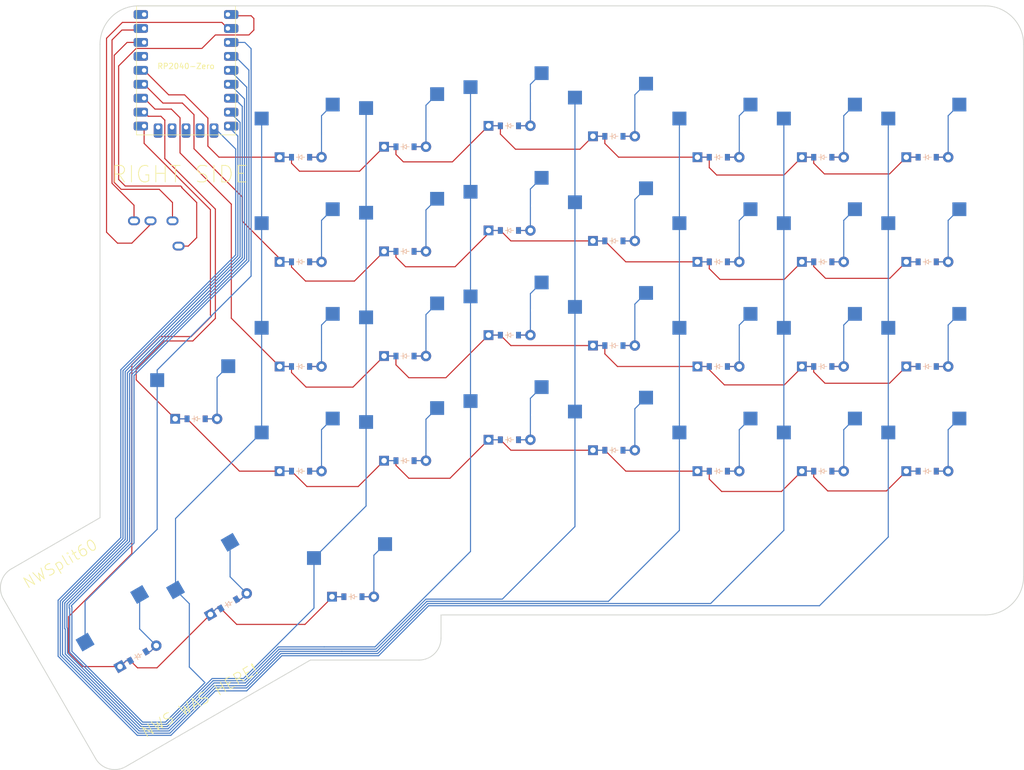
<source format=kicad_pcb>
(kicad_pcb (version 20241229) (generator "pcbnew") (generator_version "9.0")
  (title_block (title "right") (date "2025-10-02") (rev "v1.0.0") (company "Unknown"))
  (layers (0 "F.Cu" signal) (2 "B.Cu" signal) (13 "F.Paste" user) (15 "B.Paste" user) (5 "F.SilkS" user "F.Silkscreen") (7 "B.SilkS" user "B.Silkscreen") (1 "F.Mask" user) (3 "B.Mask" user) (25 "Edge.Cuts" user))
  (net 0 "")
  (net 1 "GP9")
  (net 2 "mirror_reachy_bottom")
  (net 3 "mirror_reachy_home")
  (net 4 "mirror_reachy_top")
  (net 5 "mirror_reachy_num")
  (net 6 "GP8")
  (net 7 "mirror_outer_bottom")
  (net 8 "mirror_outer_home")
  (net 9 "mirror_outer_top")
  (net 10 "mirror_outer_num")
  (net 11 "GP7")
  (net 12 "mirror_pinky_bottom")
  (net 13 "mirror_pinky_home")
  (net 14 "mirror_pinky_top")
  (net 15 "mirror_pinky_num")
  (net 16 "GP6")
  (net 17 "mirror_ring_bottom")
  (net 18 "mirror_ring_home")
  (net 19 "mirror_ring_top")
  (net 20 "mirror_ring_num")
  (net 21 "GP5")
  (net 22 "mirror_middle_bottom")
  (net 23 "mirror_middle_home")
  (net 24 "mirror_middle_top")
  (net 25 "mirror_middle_num")
  (net 26 "GP4")
  (net 27 "mirror_index_bottom")
  (net 28 "mirror_index_home")
  (net 29 "mirror_index_top")
  (net 30 "mirror_index_num")
  (net 31 "GP3")
  (net 32 "mirror_inner_bottom")
  (net 33 "mirror_inner_home")
  (net 34 "mirror_inner_top")
  (net 35 "mirror_inner_num")
  (net 36 "GP2")
  (net 37 "mirror_stretch_bottom")
  (net 38 "mirror_tuck_only")
  (net 39 "mirror_center_only")
  (net 40 "mirror_reach_only")
  (net 41 "GP15")
  (net 42 "GP26")
  (net 43 "GP27")
  (net 44 "GP28")
  (net 45 "GP14")
  (net 46 "3V3")
  (net 47 "GP0")
  (net 48 "GP1")
  (net 49 "GND")
  (net 50 "GP10")
  (net 51 "GP11")
  (net 52 "GP12")
  (net 53 "GP13")
  (net 54 "5V")
  (net 55 "GP29")
  (footprint "ComboDiode" (layer "F.Cu") (at 367 166.4)
    (property "Reference" "D7" (hide yes))
    (property "Value" "" (hide yes))
  )
  (footprint "MX" (layer "F.Cu") (at 253 190.475)
    (property "Reference" "S29" (hide yes))
    (property "Value" "" (hide yes))
  )
  (footprint "ceoloide:mounting_hole_npth" (layer "F.Cu") (at 281.525 171.425)
    (property "Reference" "MH3" (hide yes))
    (property "Value" "")
  )
  (footprint "ceoloide:mounting_hole_npth" (layer "F.Cu") (at 272 127.61)
    (property "Reference" "MH5" (hide yes))
    (property "Value" "")
  )
  (footprint "MX" (layer "F.Cu") (at 272 200)
    (property "Reference" "S25" (hide yes))
    (property "Value" "" (hide yes))
  )
  (footprint "MX" (layer "F.Cu") (at 329 158.09)
    (property "Reference" "S15" (hide yes))
    (property "Value" "" (hide yes))
  )
  (footprint "ComboDiode" (layer "F.Cu") (at 310 160.685)
    (property "Reference" "D19" (hide yes))
    (property "Value" "" (hide yes))
  )
  (footprint "ComboDiode" (layer "F.Cu") (at 291 145.445)
    (property "Reference" "D24" (hide yes))
    (property "Value" "" (hide yes))
  )
  (footprint "ComboDiode" (layer "F.Cu") (at 386 147.35)
    (property "Reference" "D4" (hide yes))
    (property "Value" "" (hide yes))
  )
  (footprint "ComboDiode" (layer "F.Cu") (at 348 204.5)
    (property "Reference" "D9" (hide yes))
    (property "Value" "" (hide yes))
  )
  (footprint "MX" (layer "F.Cu") (at 386 142.85)
    (property "Reference" "S4" (hide yes))
    (property "Value" "" (hide yes))
  )
  (footprint "ComboDiode" (layer "F.Cu") (at 272 185.45)
    (property "Reference" "D26" (hide yes))
    (property "Value" "" (hide yes))
  )
  (footprint "ComboDiode" (layer "F.Cu") (at 272 204.5)
    (property "Reference" "D25" (hide yes))
    (property "Value" "" (hide yes))
  )
  (footprint "ComboDiode" (layer "F.Cu") (at 329 143.54)
    (property "Reference" "D16" (hide yes))
    (property "Value" "" (hide yes))
  )
  (footprint "MX" (layer "F.Cu") (at 348 142.85)
    (property "Reference" "S12" (hide yes))
    (property "Value" "" (hide yes))
  )
  (footprint "MX" (layer "F.Cu") (at 329 177.14)
    (property "Reference" "S14" (hide yes))
    (property "Value" "" (hide yes))
  )
  (footprint "MX" (layer "F.Cu") (at 367 200)
    (property "Reference" "S5" (hide yes))
    (property "Value" "" (hide yes))
  )
  (footprint "ceoloide:mounting_hole_npth" (layer "F.Cu") (at 393.62 127.61)
    (property "Reference" "MH4" (hide yes))
    (property "Value" "")
  )
  (footprint "ComboDiode" (layer "F.Cu") (at 272 166.4)
    (property "Reference" "D27" (hide yes))
    (property "Value" "" (hide yes))
  )
  (footprint "ComboDiode" (layer "F.Cu") (at 291 202.595)
    (property "Reference" "D21" (hide yes))
    (property "Value" "" (hide yes))
  )
  (footprint "MX" (layer "F.Cu") (at 256.657358 224.774162 30)
    (property "Reference" "S31" (hide yes))
    (property "Value" "" (hide yes))
  )
  (footprint "MX" (layer "F.Cu") (at 310 156.185)
    (property "Reference" "S19" (hide yes))
    (property "Value" "" (hide yes))
  )
  (footprint "ceoloide:mounting_hole_npth" (layer "F.Cu") (at 296.765 220.955)
    (property "Reference" "MH6" (hide yes))
    (property "Value" "")
  )
  (footprint "MX" (layer "F.Cu") (at 386 161.9)
    (property "Reference" "S3" (hide yes))
    (property "Value" "" (hide yes))
  )
  (footprint "ComboDiode" (layer "F.Cu") (at 348 185.45)
    (property "Reference" "D10" (hide yes))
    (property "Value" "" (hide yes))
  )
  (footprint "ComboDiode" (layer "F.Cu") (at 291 164.495)
    (property "Reference" "D23" (hide yes))
    (property "Value" "" (hide yes))
  )
  (footprint "MX" (layer "F.Cu") (at 386 180.95)
    (property "Reference" "S2" (hide yes))
    (property "Value" "" (hide yes))
  )
  (footprint "ComboDiode" (layer "F.Cu") (at 367 185.45)
    (property "Reference" "D6" (hide yes))
    (property "Value" "" (hide yes))
  )
  (footprint "MX" (layer "F.Cu") (at 329 139.04)
    (property "Reference" "S16" (hide yes))
    (property "Value" "" (hide yes))
  )
  (footprint "ComboDiode" (layer "F.Cu") (at 242.452875 238.171276 30)
    (property "Reference" "D32" (hide yes))
    (property "Value" "" (hide yes))
  )
  (footprint "ceoloide:mounting_hole_npth" (layer "F.Cu") (at 250.313466 232.836219 30)
    (property "Reference" "MH7" (hide yes))
    (property "Value" "")
  )
  (footprint "MX" (layer "F.Cu") (at 348 200)
    (property "Reference" "S9" (hide yes))
    (property "Value" "" (hide yes))
  )
  (footprint "ComboDiode" (layer "F.Cu") (at 281.525 227.36)
    (property "Reference" "D30" (hide yes))
    (property "Value" "" (hide yes))
  )
  (footprint "MX" (layer "F.Cu") (at 291 179.045)
    (property "Reference" "S22" (hide yes))
    (property "Value" "" (hide yes))
  )
  (footprint "ComboDiode" (layer "F.Cu") (at 329 181.64)
    (property "Reference" "D14" (hide yes))
    (property "Value" "" (hide yes))
  )
  (footprint "ComboDiode" (layer "F.Cu") (at 348 166.4)
    (property "Reference" "D11" (hide yes))
    (property "Value" "" (hide yes))
  )
  (footprint "ComboDiode" (layer "F.Cu") (at 310 179.735)
    (property "Reference" "D18" (hide yes))
    (property "Value" "" (hide yes))
  )
  (footprint "ceoloide:mounting_hole_npth" (layer "F.Cu") (at 249.19 171.425)
    (property "Reference" "MH10" (hide yes))
    (property "Value" "")
  )
  (footprint "ComboDiode" (layer "F.Cu") (at 253 194.975)
    (property "Reference" "D29" (hide yes))
    (property "Value" "" (hide yes))
  )
  (footprint "MX" (layer "F.Cu") (at 291 140.945)
    (property "Reference" "S24" (hide yes))
    (property "Value" "" (hide yes))
  )
  (footprint "ComboDiode" (layer "F.Cu") (at 386 204.5)
    (property "Reference" "D1" (hide yes))
    (property "Value" "" (hide yes))
  )
  (footprint "MX" (layer "F.Cu") (at 348 180.95)
    (property "Reference" "S10" (hide yes))
    (property "Value" "" (hide yes))
  )
  (footprint "ceoloide:mounting_hole_npth" (layer "F.Cu") (at 243.832801 210.181378 30)
    (property "Reference" "MH9" (hide yes))
    (property "Value" "")
  )
  (footprint "RP2040-Zero" (layer "F.Cu") (at 241 144.235)
    (property "Reference" "REF**")
    (property "Value" "RP2040-Zero")
  )
  (footprint "ceoloide:mounting_hole_npth" (layer "F.Cu") (at 393.92 215.24)
    (property "Reference" "MH8" (hide yes))
    (property "Value" "")
  )
  (footprint "MX" (layer "F.Cu") (at 329 196.19)
    (property "Reference" "S13" (hide yes))
    (property "Value" "" (hide yes))
  )
  (footprint "MX" (layer "F.Cu") (at 272 142.85)
    (property "Reference" "S28" (hide yes))
    (property "Value" "" (hide yes))
  )
  (footprint "MX" (layer "F.Cu") (at 367 161.9)
    (property "Reference" "S7" (hide yes))
    (property "Value" "" (hide yes))
  )
  (footprint "ceoloide:mounting_hole_npth" (layer "F.Cu") (at 357.525 171.425)
    (property "Reference" "MH1" (hide yes))
    (property "Value" "")
  )
  (footprint "ComboDiode" (layer "F.Cu") (at 310 141.635)
    (property "Reference" "D20" (hide yes))
    (property "Value" "" (hide yes))
  )
  (footprint "ComboDiode" (layer "F.Cu") (at 258.907358 228.671276 30)
    (property "Reference" "D31" (hide yes))
    (property "Value" "" (hide yes))
  )
  (footprint "ceoloide:trrs_pj320a" (layer "F.Cu") (at 238.5 161.235 90)
    (property "Reference" "TRRS1" (hide yes))
    (property "Value" "")
  )
  (footprint "ComboDiode" (layer "F.Cu") (at 329 162.59)
    (property "Reference" "D15" (hide yes))
    (property "Value" "" (hide yes))
  )
  (footprint "MX" (layer "F.Cu") (at 272 161.9)
    (property "Reference" "S27" (hide yes))
    (property "Value" "" (hide yes))
  )
  (footprint "MX" (layer "F.Cu") (at 281.525 222.86)
    (property "Reference" "S30" (hide yes))
    (property "Value" "" (hide yes))
  )
  (footprint "MX" (layer "F.Cu") (at 348 161.9)
    (property "Reference" "S11" (hide yes))
    (property "Value" "" (hide yes))
  )
  (footprint "ComboDiode" (layer "F.Cu") (at 386 185.45)
    (property "Reference" "D2" (hide yes))
    (property "Value" "" (hide yes))
  )
  (footprint "ComboDiode" (layer "F.Cu") (at 386 166.4)
    (property "Reference" "D3" (hide yes))
    (property "Value" "" (hide yes))
  )
  (footprint "ComboDiode" (layer "F.Cu") (at 310 198.785)
    (property "Reference" "D17" (hide yes))
    (property "Value" "" (hide yes))
  )
  (footprint "ComboDiode" (layer "F.Cu") (at 272 147.35)
    (property "Reference" "D28" (hide yes))
    (property "Value" "" (hide yes))
  )
  (footprint "ceoloide:mounting_hole_npth" (layer "F.Cu") (at 319.525 165.71)
    (property "Reference" "MH2" (hide yes))
    (property "Value" "")
  )
  (footprint "MX" (layer "F.Cu") (at 272 180.95)
    (property "Reference" "S26" (hide yes))
    (property "Value" "" (hide yes))
  )
  (footprint "MX" (layer "F.Cu") (at 310 175.235)
    (property "Reference" "S18" (hide yes))
    (property "Value" "" (hide yes))
  )
  (footprint "ComboDiode" (layer "F.Cu") (at 348 147.35)
    (property "Reference" "D12" (hide yes))
    (property "Value" "" (hide yes))
  )
  (footprint "ComboDiode" (layer "F.Cu") (at 367 147.35)
    (property "Reference" "D8" (hide yes))
    (property "Value" "" (hide yes))
  )
  (footprint "ComboDiode" (layer "F.Cu") (at 329 200.69)
    (property "Reference" "D13" (hide yes))
    (property "Value" "" (hide yes))
  )
  (footprint "MX" (layer "F.Cu") (at 367 180.95)
    (property "Reference" "S6" (hide yes))
    (property "Value" "" (hide yes))
  )
  (footprint "ComboDiode" (layer "F.Cu") (at 367 204.5)
    (property "Reference" "D5" (hide yes))
    (property "Value" "" (hide yes))
  )
  (footprint "MX" (layer "F.Cu") (at 310 194.285)
    (property "Reference" "S17" (hide yes))
    (property "Value" "" (hide yes))
  )
  (footprint "ComboDiode" (layer "F.Cu") (at 291 183.545)
    (property "Reference" "D22" (hide yes))
    (property "Value" "" (hide yes))
  )
  (footprint "MX" (layer "F.Cu") (at 291 159.995)
    (property "Reference" "S23" (hide yes))
    (property "Value" "" (hide yes))
  )
  (footprint "MX" (layer "F.Cu") (at 367 142.85)
    (property "Reference" "S8" (hide yes))
    (property "Value" "" (hide yes))
  )
  (footprint "MX" (layer "F.Cu") (at 291 198.095)
    (property "Reference" "S21" (hide yes))
    (property "Value" "" (hide yes))
  )
  (footprint "MX" (layer "F.Cu") (at 310 137.135)
    (property "Reference" "S20" (hide yes))
    (property "Value" "" (hide yes))
  )
  (footprint "MX" (layer "F.Cu") (at 386 200)
    (property "Reference" "S1" (hide yes))
    (property "Value" "" (hide yes))
  )
  (footprint "MX" (layer "F.Cu") (at 240.202875 234.274162 30)
    (property "Reference" "S32" (hide yes))
    (property "Value" "" (hide yes))
  )
  (gr_line (start 242.515 119.8) (end 396.535 119.8) (stroke (width 0.15)) (layer "Edge.Cuts"))
  (gr_arc (start 297.55 234.885) (mid 296.378427 237.713427) (end 293.55 238.885) (stroke (width 0.15)) (layer "Edge.Cuts"))
  (gr_line (start 240.18267 258.289165) (end 273.79167 238.885) (stroke (width 0.15)) (layer "Edge.Cuts"))
  (gr_line (start 219.39517 222.284159) (end 235.515 212.977371) (stroke (width 0.15)) (layer "Edge.Cuts"))
  (gr_line (start 273.79167 238.885) (end 293.55 238.885) (stroke (width 0.15)) (layer "Edge.Cuts"))
  (gr_line (start 297.55 230.67) (end 396.535 230.67) (stroke (width 0.15)) (layer "Edge.Cuts"))
  (gr_arc (start 240.18267 258.289165) (mid 237.14741 258.688751) (end 234.718568 256.825064) (stroke (width 0.15)) (layer "Edge.Cuts"))
  (gr_line (start 217.931068 227.748261) (end 234.718568 256.825064) (stroke (width 0.15)) (layer "Edge.Cuts"))
  (gr_arc (start 403.535 223.67) (mid 401.484747 228.619747) (end 396.535 230.67) (stroke (width 0.15)) (layer "Edge.Cuts"))
  (gr_line (start 297.55 234.885) (end 297.55 230.67) (stroke (width 0.15)) (layer "Edge.Cuts"))
  (gr_arc (start 396.535 119.8) (mid 401.484747 121.850253) (end 403.535 126.8) (stroke (width 0.15)) (layer "Edge.Cuts"))
  (gr_arc (start 217.931068 227.748261) (mid 217.531496 224.713001) (end 219.39517 222.284159) (stroke (width 0.15)) (layer "Edge.Cuts"))
  (gr_arc (start 235.515 126.8) (mid 237.565253 121.850253) (end 242.515 119.8) (stroke (width 0.15)) (layer "Edge.Cuts"))
  (gr_line (start 235.515 212.977371) (end 235.515 126.8) (stroke (width 0.15)) (layer "Edge.Cuts"))
  (gr_line (start 403.535 223.67) (end 403.535 126.8) (stroke (width 0.15)) (layer "Edge.Cuts"))
  (gr_text "RIGHT SIDE" (at 250.0925 150.47 0) (layer "F.SilkS") (effects (font (size 3 3))))
  (gr_text "NWS WAS HERE!" (at 253.681409 246.289668 30) (layer "F.SilkS") (effects (font (size 2 2))))
  (gr_text "NWSplit60" (at 228.287517 221.356157 30) (layer "F.SilkS") (effects (font (size 2 2))))
  (segment (start 366.4 229) (end 295.3 229) (width 0.2) (layer "B.Cu") (net 1))
  (segment (start 378.915 216.485) (end 366.4 229) (width 0.2) (layer "B.Cu") (net 1))
  (segment (start 239.294 186.0376) (end 260.193 165.1386) (width 0.2) (layer "B.Cu") (net 1))
  (segment (start 378.915 197.46) (end 378.915 216.485) (width 0.2) (layer "B.Cu") (net 1))
  (segment (start 260.193 145.858) (end 256.24 141.905) (width 0.2) (layer "B.Cu") (net 1))
  (segment (start 227.894 238.1966) (end 227.894 228.0034) (width 0.2) (layer "B.Cu") (net 1))
  (segment (start 286.2 238.1) (end 268.6 238.1) (width 0.2) (layer "B.Cu") (net 1))
  (segment (start 227.894 228.0034) (end 239.294 216.6034) (width 0.2) (layer "B.Cu") (net 1))
  (segment (start 239.294 216.6034) (end 239.294 186.0376) (width 0.2) (layer "B.Cu") (net 1))
  (segment (start 295.3 229) (end 286.2 238.1) (width 0.2) (layer "B.Cu") (net 1))
  (segment (start 248.4 252.6) (end 242.2974 252.6) (width 0.2) (layer "B.Cu") (net 1))
  (segment (start 256.5 244.5) (end 248.4 252.6) (width 0.2) (layer "B.Cu") (net 1))
  (segment (start 242.2974 252.6) (end 227.894 238.1966) (width 0.2) (layer "B.Cu") (net 1))
  (segment (start 268.6 238.1) (end 262.2 244.5) (width 0.2) (layer "B.Cu") (net 1))
  (segment (start 262.2 244.5) (end 256.5 244.5) (width 0.2) (layer "B.Cu") (net 1))
  (segment (start 260.193 165.1386) (end 260.193 145.858) (width 0.2) (layer "B.Cu") (net 1))
  (segment (start 378.915 140.31) (end 378.915 197.46) (width 0.2) (layer "B.Cu") (net 1))
  (segment (start 389.81 204.5) (end 387.65 204.5) (width 0.2) (layer "F.Cu") (net 2))
  (segment (start 389.81 204.5) (end 387.65 204.5) (width 0.2) (layer "B.Cu") (net 2))
  (segment (start 389.81 196.952) (end 389.81 204.5) (width 0.2) (layer "B.Cu") (net 2))
  (segment (start 391.842 194.92) (end 389.81 196.952) (width 0.2) (layer "B.Cu") (net 2))
  (segment (start 389.81 185.45) (end 387.65 185.45) (width 0.2) (layer "F.Cu") (net 3))
  (segment (start 391.842 175.87) (end 389.81 177.902) (width 0.2) (layer "B.Cu") (net 3))
  (segment (start 389.81 185.45) (end 387.65 185.45) (width 0.2) (layer "B.Cu") (net 3))
  (segment (start 389.81 177.902) (end 389.81 185.45) (width 0.2) (layer "B.Cu") (net 3))
  (segment (start 389.81 166.4) (end 387.65 166.4) (width 0.2) (layer "F.Cu") (net 4))
  (segment (start 389.81 166.4) (end 387.65 166.4) (width 0.2) (layer "B.Cu") (net 4))
  (segment (start 391.842 156.82) (end 389.81 158.852) (width 0.2) (layer "B.Cu") (net 4))
  (segment (start 389.81 158.852) (end 389.81 166.4) (width 0.2) (layer "B.Cu") (net 4))
  (segment (start 389.81 147.35) (end 387.65 147.35) (width 0.2) (layer "F.Cu") (net 5))
  (segment (start 389.81 139.802) (end 389.81 147.35) (width 0.2) (layer "B.Cu") (net 5))
  (segment (start 389.81 147.35) (end 387.65 147.35) (width 0.2) (layer "B.Cu") (net 5))
  (segment (start 391.842 137.77) (end 389.81 139.802) (width 0.2) (layer "B.Cu") (net 5))
  (segment (start 268.4339 237.699) (end 262.16645 243.96645) (width 0.2) (layer "B.Cu") (net 6))
  (segment (start 359.915 140.31) (end 359.915 197.46) (width 0.2) (layer "B.Cu") (net 6))
  (segment (start 228.295 238.0305) (end 228.295 228.1695) (width 0.2) (layer "B.Cu") (net 6))
  (segment (start 262.16645 243.96645) (end 256.46645 243.96645) (width 0.2) (layer "B.Cu") (net 6))
  (segment (start 295.1339 228.599) (end 286.0339 237.699) (width 0.2) (layer "B.Cu") (net 6))
  (segment (start 256.46645 243.96645) (end 248.2339 252.199) (width 0.2) (layer "B.Cu") (net 6))
  (segment (start 346.601 228.599) (end 295.1339 228.599) (width 0.2) (layer "B.Cu") (net 6))
  (segment (start 228.295 228.1695) (end 239.695 216.7695) (width 0.2) (layer "B.Cu") (net 6))
  (segment (start 239.695 186.2037) (end 260.594 165.3047) (width 0.2) (layer "B.Cu") (net 6))
  (segment (start 260.594 165.3047) (end 260.594 143.509) (width 0.2) (layer "B.Cu") (net 6))
  (segment (start 286.0339 237.699) (end 268.4339 237.699) (width 0.2) (layer "B.Cu") (net 6))
  (segment (start 260.594 143.509) (end 258.78 141.695) (width 0.2) (layer "B.Cu") (net 6))
  (segment (start 239.695 216.7695) (end 239.695 186.2037) (width 0.2) (layer "B.Cu") (net 6))
  (segment (start 242.4635 252.199) (end 228.295 238.0305) (width 0.2) (layer "B.Cu") (net 6))
  (segment (start 359.915 215.285) (end 346.601 228.599) (width 0.2) (layer "B.Cu") (net 6))
  (segment (start 248.2339 252.199) (end 242.4635 252.199) (width 0.2) (layer "B.Cu") (net 6))
  (segment (start 359.915 197.46) (end 359.915 215.285) (width 0.2) (layer "B.Cu") (net 6))
  (segment (start 370.81 204.5) (end 368.65 204.5) (width 0.2) (layer "F.Cu") (net 7))
  (segment (start 372.842 194.92) (end 370.81 196.952) (width 0.2) (layer "B.Cu") (net 7))
  (segment (start 370.81 196.952) (end 370.81 204.5) (width 0.2) (layer "B.Cu") (net 7))
  (segment (start 370.81 204.5) (end 368.65 204.5) (width 0.2) (layer "B.Cu") (net 7))
  (segment (start 370.81 185.45) (end 368.65 185.45) (width 0.2) (layer "F.Cu") (net 8))
  (segment (start 372.842 175.87) (end 370.81 177.902) (width 0.2) (layer "B.Cu") (net 8))
  (segment (start 370.81 185.45) (end 368.65 185.45) (width 0.2) (layer "B.Cu") (net 8))
  (segment (start 370.81 177.902) (end 370.81 185.45) (width 0.2) (layer "B.Cu") (net 8))
  (segment (start 370.81 166.4) (end 368.65 166.4) (width 0.2) (layer "F.Cu") (net 9))
  (segment (start 370.81 158.852) (end 370.81 166.4) (width 0.2) (layer "B.Cu") (net 9))
  (segment (start 372.842 156.82) (end 370.81 158.852) (width 0.2) (layer "B.Cu") (net 9))
  (segment (start 370.81 166.4) (end 368.65 166.4) (width 0.2) (layer "B.Cu") (net 9))
  (segment (start 370.81 147.35) (end 368.65 147.35) (width 0.2) (layer "F.Cu") (net 10))
  (segment (start 370.81 147.35) (end 368.65 147.35) (width 0.2) (layer "B.Cu") (net 10))
  (segment (start 372.842 137.77) (end 370.81 139.802) (width 0.2) (layer "B.Cu") (net 10))
  (segment (start 370.81 139.802) (end 370.81 147.35) (width 0.2) (layer "B.Cu") (net 10))
  (segment (start 268.2678 237.298) (end 262.00035 243.56545) (width 0.2) (layer "B.Cu") (net 11))
  (segment (start 240.096 186.3698) (end 260.995 165.4708) (width 0.2) (layer "B.Cu") (net 11))
  (segment (start 228.696 237.8644) (end 228.696 228.3356) (width 0.2) (layer "B.Cu") (net 11))
  (segment (start 340.915 140.31) (end 340.915 197.46) (width 0.2) (layer "B.Cu") (net 11))
  (segment (start 248.0678 251.798) (end 243.8 251.798) (width 0.2) (layer "B.Cu") (net 11))
  (segment (start 285.8678 237.298) (end 279.5 237.298) (width 0.2) (layer "B.Cu") (net 11))
  (segment (start 260.995 141.018564) (end 259.131436 139.155) (width 0.2) (layer "B.Cu") (net 11))
  (segment (start 289.4829 233.6829) (end 285.8678 237.298) (width 0.2) (layer "B.Cu") (net 11))
  (segment (start 294.9678 228.198) (end 289.4829 233.6829) (width 0.2) (layer "B.Cu") (net 11))
  (segment (start 228.696 228.3356) (end 240.096 216.9356) (width 0.2) (layer "B.Cu") (net 11))
  (segment (start 279.5 237.298) (end 268.2678 237.298) (width 0.2) (layer "B.Cu") (net 11))
  (segment (start 340.915 197.46) (end 340.915 215.283) (width 0.2) (layer "B.Cu") (net 11))
  (segment (start 328 228.198) (end 294.9678 228.198) (width 0.2) (layer "B.Cu") (net 11))
  (segment (start 256.30035 243.56545) (end 248.4829 251.3829) (width 0.2) (layer "B.Cu") (net 11))
  (segment (start 259.131436 139.155) (end 258.78 139.155) (width 0.2) (layer "B.Cu") (net 11))
  (segment (start 240.096 216.9356) (end 240.096 186.3698) (width 0.2) (layer "B.Cu") (net 11))
  (segment (start 248.4829 251.3829) (end 248.0678 251.798) (width 0.2) (layer "B.Cu") (net 11))
  (segment (start 243.8 251.798) (end 242.6296 251.798) (width 0.2) (layer "B.Cu") (net 11))
  (segment (start 340.915 215.283) (end 328 228.198) (width 0.2) (layer "B.Cu") (net 11))
  (segment (start 262.00035 243.56545) (end 256.30035 243.56545) (width 0.2) (layer "B.Cu") (net 11))
  (segment (start 260.995 165.4708) (end 260.995 141.018564) (width 0.2) (layer "B.Cu") (net 11))
  (segment (start 242.6296 251.798) (end 228.696 237.8644) (width 0.2) (layer "B.Cu") (net 11))
  (segment (start 351.81 204.5) (end 349.65 204.5) (width 0.2) (layer "F.Cu") (net 12))
  (segment (start 351.81 204.5) (end 349.65 204.5) (width 0.2) (layer "B.Cu") (net 12))
  (segment (start 353.842 194.92) (end 351.81 196.952) (width 0.2) (layer "B.Cu") (net 12))
  (segment (start 351.81 196.952) (end 351.81 204.5) (width 0.2) (layer "B.Cu") (net 12))
  (segment (start 351.81 185.45) (end 349.65 185.45) (width 0.2) (layer "F.Cu") (net 13))
  (segment (start 351.81 185.45) (end 349.65 185.45) (width 0.2) (layer "B.Cu") (net 13))
  (segment (start 351.81 177.902) (end 351.81 185.45) (width 0.2) (layer "B.Cu") (net 13))
  (segment (start 353.842 175.87) (end 351.81 177.902) (width 0.2) (layer "B.Cu") (net 13))
  (segment (start 351.81 166.4) (end 349.65 166.4) (width 0.2) (layer "F.Cu") (net 14))
  (segment (start 353.842 156.82) (end 351.81 158.852) (width 0.2) (layer "B.Cu") (net 14))
  (segment (start 351.81 158.852) (end 351.81 166.4) (width 0.2) (layer "B.Cu") (net 14))
  (segment (start 351.81 166.4) (end 349.65 166.4) (width 0.2) (layer "B.Cu") (net 14))
  (segment (start 351.81 147.35) (end 349.65 147.35) (width 0.2) (layer "F.Cu") (net 15))
  (segment (start 351.81 139.802) (end 351.81 147.35) (width 0.2) (layer "B.Cu") (net 15))
  (segment (start 351.81 147.35) (end 349.65 147.35) (width 0.2) (layer "B.Cu") (net 15))
  (segment (start 353.842 137.77) (end 351.81 139.802) (width 0.2) (layer "B.Cu") (net 15))
  (segment (start 256.24935 243.04935) (end 247.9017 251.397) (width 0.2) (layer "B.Cu") (net 16))
  (segment (start 321.915 214.585) (end 308.703 227.797) (width 0.2) (layer "B.Cu") (net 16))
  (segment (start 229.197 237.7983) (end 229.197 233.2661) (width 0.2) (layer "B.Cu") (net 16))
  (segment (start 242.7957 251.397) (end 229.197 237.7983) (width 0.2) (layer "B.Cu") (net 16))
  (segment (start 247.9017 251.397) (end 242.7957 251.397) (width 0.2) (layer "B.Cu") (net 16))
  (segment (start 255.74935 171.34935) (end 255.74935 171.28355) (width 0.2) (layer "B.Cu") (net 16))
  (segment (start 294.8017 227.797) (end 285.7017 236.897) (width 0.2) (layer "B.Cu") (net 16))
  (segment (start 308.703 227.797) (end 294.8017 227.797) (width 0.2) (layer "B.Cu") (net 16))
  (segment (start 321.915 193.65) (end 321.915 214.585) (width 0.2) (layer "B.Cu") (net 16))
  (segment (start 259.911 136.615) (end 258.78 136.615) (width 0.2) (layer "B.Cu") (net 16))
  (segment (start 321.915 136.5) (end 321.915 193.65) (width 0.2) (layer "B.Cu") (net 16))
  (segment (start 268.1017 236.897) (end 261.94935 243.04935) (width 0.2) (layer "B.Cu") (net 16))
  (segment (start 229.197 233.2661) (end 229.097 233.1661) (width 0.2) (layer "B.Cu") (net 16))
  (segment (start 229.097 228.5017) (end 240.497 217.1017) (width 0.2) (layer "B.Cu") (net 16))
  (segment (start 229.097 233.1661) (end 229.097 228.5017) (width 0.2) (layer "B.Cu") (net 16))
  (segment (start 261.94935 243.04935) (end 256.24935 243.04935) (width 0.2) (layer "B.Cu") (net 16))
  (segment (start 261.396 138.1) (end 259.911 136.615) (width 0.2) (layer "B.Cu") (net 16))
  (segment (start 240.497 217.1017) (end 240.497 186.6017) (width 0.2) (layer "B.Cu") (net 16))
  (segment (start 285.7017 236.897) (end 268.1017 236.897) (width 0.2) (layer "B.Cu") (net 16))
  (segment (start 240.497 186.6017) (end 255.74935 171.34935) (width 0.2) (layer "B.Cu") (net 16))
  (segment (start 261.396 165.6369) (end 261.396 138.1) (width 0.2) (layer "B.Cu") (net 16))
  (segment (start 255.74935 171.28355) (end 261.396 165.6369) (width 0.2) (layer "B.Cu") (net 16))
  (segment (start 332.81 200.69) (end 330.65 200.69) (width 0.2) (layer "F.Cu") (net 17))
  (segment (start 332.81 193.142) (end 332.81 200.69) (width 0.2) (layer "B.Cu") (net 17))
  (segment (start 334.842 191.11) (end 332.81 193.142) (width 0.2) (layer "B.Cu") (net 17))
  (segment (start 332.81 200.69) (end 330.65 200.69) (width 0.2) (layer "B.Cu") (net 17))
  (segment (start 332.81 181.64) (end 330.65 181.64) (width 0.2) (layer "F.Cu") (net 18))
  (segment (start 332.81 181.64) (end 330.65 181.64) (width 0.2) (layer "B.Cu") (net 18))
  (segment (start 334.842 172.06) (end 332.81 174.092) (width 0.2) (layer "B.Cu") (net 18))
  (segment (start 332.81 174.092) (end 332.81 181.64) (width 0.2) (layer "B.Cu") (net 18))
  (segment (start 332.81 162.59) (end 330.65 162.59) (width 0.2) (layer "F.Cu") (net 19))
  (segment (start 334.842 153.01) (end 332.81 155.042) (width 0.2) (layer "B.Cu") (net 19))
  (segment (start 332.81 155.042) (end 332.81 162.59) (width 0.2) (layer "B.Cu") (net 19))
  (segment (start 332.81 162.59) (end 330.65 162.59) (width 0.2) (layer "B.Cu") (net 19))
  (segment (start 332.81 143.54) (end 330.65 143.54) (width 0.2) (layer "F.Cu") (net 20))
  (segment (start 334.842 133.96) (end 332.81 135.992) (width 0.2) (layer "B.Cu") (net 20))
  (segment (start 332.81 143.54) (end 330.65 143.54) (width 0.2) (layer "B.Cu") (net 20))
  (segment (start 332.81 135.992) (end 332.81 143.54) (width 0.2) (layer "B.Cu") (net 20))
  (segment (start 302.915 219.1166) (end 287.6658 234.3658) (width 0.2) (layer "B.Cu") (net 21))
  (segment (start 229.498 233) (end 229.498 228.6678) (width 0.2) (layer "B.Cu") (net 21))
  (segment (start 267.9356 236.496) (end 261.78325 242.64835) (width 0.2) (layer "B.Cu") (net 21))
  (segment (start 261.797 136.740564) (end 259.131436 134.075) (width 0.2) (layer "B.Cu") (net 21))
  (segment (start 259.131436 134.075) (end 258.78 134.075) (width 0.2) (layer "B.Cu") (net 21))
  (segment (start 240.1829 248.2171) (end 229.598 237.6322) (width 0.2) (layer "B.Cu") (net 21))
  (segment (start 302.915 191.745) (end 302.915 219.1166) (width 0.2) (layer "B.Cu") (net 21))
  (segment (start 256.08325 242.64835) (end 249.8158 248.9158) (width 0.2) (layer "B.Cu") (net 21))
  (segment (start 261.78325 242.64835) (end 256.08325 242.64835) (width 0.2) (layer "B.Cu") (net 21))
  (segment (start 229.598 237.6322) (end 229.598 233.1) (width 0.2) (layer "B.Cu") (net 21))
  (segment (start 240.898 193.1) (end 240.898 186.7678) (width 0.2) (layer "B.Cu") (net 21))
  (segment (start 229.498 228.6678) (end 234.0329 224.1329) (width 0.2) (layer "B.Cu") (net 21))
  (segment (start 240.898 217.2678) (end 240.898 213.1) (width 0.2) (layer "B.Cu") (net 21))
  (segment (start 229.598 233.1) (end 229.498 233) (width 0.2) (layer "B.Cu") (net 21))
  (segment (start 240.898 213.1) (end 240.898 193.1) (width 0.2) (layer "B.Cu") (net 21))
  (segment (start 254.1329 173.5329) (end 259.6329 168.0329) (width 0.2) (layer "B.Cu") (net 21))
  (segment (start 249.8158 248.9158) (end 247.7356 250.996) (width 0.2) (layer "B.Cu") (net 21))
  (segment (start 247.7356 250.996) (end 244.9 250.996) (width 0.2) (layer "B.Cu") (net 21))
  (segment (start 240.898 186.7678) (end 254.1329 173.5329) (width 0.2) (layer "B.Cu") (net 21))
  (segment (start 244.9 250.996) (end 242.9618 250.996) (width 0.2) (layer "B.Cu") (net 21))
  (segment (start 285.5356 236.496) (end 276.3 236.496) (width 0.2) (layer "B.Cu") (net 21))
  (segment (start 259.6329 168.0329) (end 259.6329 167.9671) (width 0.2) (layer "B.Cu") (net 21))
  (segment (start 276.3 236.496) (end 267.9356 236.496) (width 0.2) (layer "B.Cu") (net 21))
  (segment (start 287.6658 234.3658) (end 285.5356 236.496) (width 0.2) (layer "B.Cu") (net 21))
  (segment (start 302.915 134.595) (end 302.915 191.745) (width 0.2) (layer "B.Cu") (net 21))
  (segment (start 242.9618 250.996) (end 240.1829 248.2171) (width 0.2) (layer "B.Cu") (net 21))
  (segment (start 259.6329 167.9671) (end 261.797 165.803) (width 0.2) (layer "B.Cu") (net 21))
  (segment (start 261.797 165.803) (end 261.797 136.740564) (width 0.2) (layer "B.Cu") (net 21))
  (segment (start 234.0329 224.1329) (end 240.898 217.2678) (width 0.2) (layer "B.Cu") (net 21))
  (segment (start 313.81 198.785) (end 311.65 198.785) (width 0.2) (layer "F.Cu") (net 22))
  (segment (start 313.81 198.785) (end 311.65 198.785) (width 0.2) (layer "B.Cu") (net 22))
  (segment (start 313.81 191.237) (end 313.81 198.785) (width 0.2) (layer "B.Cu") (net 22))
  (segment (start 315.842 189.205) (end 313.81 191.237) (width 0.2) (layer "B.Cu") (net 22))
  (segment (start 313.81 179.735) (end 311.65 179.735) (width 0.2) (layer "F.Cu") (net 23))
  (segment (start 313.81 179.735) (end 311.65 179.735) (width 0.2) (layer "B.Cu") (net 23))
  (segment (start 315.842 170.155) (end 313.81 172.187) (width 0.2) (layer "B.Cu") (net 23))
  (segment (start 313.81 172.187) (end 313.81 179.735) (width 0.2) (layer "B.Cu") (net 23))
  (segment (start 313.81 160.685) (end 311.65 160.685) (width 0.2) (layer "F.Cu") (net 24))
  (segment (start 313.81 160.685) (end 311.65 160.685) (width 0.2) (layer "B.Cu") (net 24))
  (segment (start 315.842 151.105) (end 313.81 153.137) (width 0.2) (layer "B.Cu") (net 24))
  (segment (start 313.81 153.137) (end 313.81 160.685) (width 0.2) (layer "B.Cu") (net 24))
  (segment (start 313.81 141.635) (end 311.65 141.635) (width 0.2) (layer "F.Cu") (net 25))
  (segment (start 315.842 132.055) (end 313.81 134.087) (width 0.2) (layer "B.Cu") (net 25))
  (segment (start 313.81 141.635) (end 311.65 141.635) (width 0.2) (layer "B.Cu") (net 25))
  (segment (start 313.81 134.087) (end 313.81 141.635) (width 0.2) (layer "B.Cu") (net 25))
  (segment (start 259.131436 131.535) (end 258.78 131.535) (width 0.2) (layer "B.Cu") (net 26))
  (segment (start 283.915 138.405) (end 283.915 195.555) (width 0.2) (layer "B.Cu") (net 26))
  (segment (start 247.5695 250.595) (end 243.1279 250.595) (width 0.2) (layer "B.Cu") (net 26))
  (segment (start 229.899 228.8339) (end 241.299 217.4339) (width 0.2) (layer "B.Cu") (net 26))
  (segment (start 243.1279 250.595) (end 229.999 237.4661) (width 0.2) (layer "B.Cu") (net 26))
  (segment (start 262.198 166.0349) (end 262.198 134.601564) (width 0.2) (layer "B.Cu") (net 26))
  (segment (start 229.999 229.5) (end 229.899 229.4) (width 0.2) (layer "B.Cu") (net 26))
  (segment (start 283.915 210.845) (end 274.44 220.32) (width 0.2) (layer "B.Cu") (net 26))
  (segment (start 241.299 186.9339) (end 262.198 166.0349) (width 0.2) (layer "B.Cu") (net 26))
  (segment (start 255.91715 242.24735) (end 247.5695 250.595) (width 0.2) (layer "B.Cu") (net 26))
  (segment (start 241.299 217.4339) (end 241.299 186.9339) (width 0.2) (layer "B.Cu") (net 26))
  (segment (start 274.44 220.32) (end 274.44 229.4245) (width 0.2) (layer "B.Cu") (net 26))
  (segment (start 262.198 134.601564) (end 259.131436 131.535) (width 0.2) (layer "B.Cu") (net 26))
  (segment (start 261.61715 242.24735) (end 255.91715 242.24735) (width 0.2) (layer "B.Cu") (net 26))
  (segment (start 283.915 195.555) (end 283.915 210.845) (width 0.2) (layer "B.Cu") (net 26))
  (segment (start 274.44 229.4245) (end 261.61715 242.24735) (width 0.2) (layer "B.Cu") (net 26))
  (segment (start 229.999 237.4661) (end 229.999 229.5) (width 0.2) (layer "B.Cu") (net 26))
  (segment (start 229.899 229.4) (end 229.899 228.8339) (width 0.2) (layer "B.Cu") (net 26))
  (segment (start 294.81 202.595) (end 292.65 202.595) (width 0.2) (layer "F.Cu") (net 27))
  (segment (start 294.81 202.595) (end 292.65 202.595) (width 0.2) (layer "B.Cu") (net 27))
  (segment (start 294.81 195.047) (end 294.81 202.595) (width 0.2) (layer "B.Cu") (net 27))
  (segment (start 296.842 193.015) (end 294.81 195.047) (width 0.2) (layer "B.Cu") (net 27))
  (segment (start 294.81 183.545) (end 292.65 183.545) (width 0.2) (layer "F.Cu") (net 28))
  (segment (start 296.842 173.965) (end 294.81 175.997) (width 0.2) (layer "B.Cu") (net 28))
  (segment (start 294.81 183.545) (end 292.65 183.545) (width 0.2) (layer "B.Cu") (net 28))
  (segment (start 294.81 175.997) (end 294.81 183.545) (width 0.2) (layer "B.Cu") (net 28))
  (segment (start 294.81 164.495) (end 292.65 164.495) (width 0.2) (layer "F.Cu") (net 29))
  (segment (start 294.81 156.947) (end 294.81 164.495) (width 0.2) (layer "B.Cu") (net 29))
  (segment (start 296.842 154.915) (end 294.81 156.947) (width 0.2) (layer "B.Cu") (net 29))
  (segment (start 294.81 164.495) (end 292.65 164.495) (width 0.2) (layer "B.Cu") (net 29))
  (segment (start 294.81 145.445) (end 292.65 145.445) (width 0.2) (layer "F.Cu") (net 30))
  (segment (start 296.842 135.865) (end 294.81 137.897) (width 0.2) (layer "B.Cu") (net 30))
  (segment (start 294.81 145.445) (end 292.65 145.445) (width 0.2) (layer "B.Cu") (net 30))
  (segment (start 294.81 137.897) (end 294.81 145.445) (width 0.2) (layer "B.Cu") (net 30))
  (segment (start 230.3 229.1) (end 230.3 229) (width 0.2) (layer "B.Cu") (net 31))
  (segment (start 262.599 131.5) (end 260.094 128.995) (width 0.2) (layer "B.Cu") (net 31))
  (segment (start 230.4 229.2) (end 230.3 229.1) (width 0.2) (layer "B.Cu") (net 31))
  (segment (start 247.4034 250.194) (end 243.294 250.194) (width 0.2) (layer "B.Cu") (net 31))
  (segment (start 241.7 217.6) (end 241.7 187.1) (width 0.2) (layer "B.Cu") (net 31))
  (segment (start 249.251568 226.116957) (end 251.764466 228.629855) (width 0.2) (layer "B.Cu") (net 31))
  (segment (start 254.5987 242.9987) (end 247.4034 250.194) (width 0.2) (layer "B.Cu") (net 31))
  (segment (start 249.251568 213.123432) (end 249.251568 226.116957) (width 0.2) (layer "B.Cu") (net 31))
  (segment (start 241.7 187.1) (end 262.599 166.201) (width 0.2) (layer "B.Cu") (net 31))
  (segment (start 262.599 166.201) (end 262.599 131.5) (width 0.2) (layer "B.Cu") (net 31))
  (segment (start 264.915 140.31) (end 264.915 159.36) (width 0.2) (layer "B.Cu") (net 31))
  (segment (start 230.3 229) (end 241.7 217.6) (width 0.2) (layer "B.Cu") (net 31))
  (segment (start 260.094 128.995) (end 258.78 128.995) (width 0.2) (layer "B.Cu") (net 31))
  (segment (start 230.4 237.3) (end 230.4 229.2) (width 0.2) (layer "B.Cu") (net 31))
  (segment (start 251.764466 228.629855) (end 251.764466 240.164466) (width 0.2) (layer "B.Cu") (net 31))
  (segment (start 251.764466 240.164466) (end 254.5987 242.9987) (width 0.2) (layer "B.Cu") (net 31))
  (segment (start 243.294 250.194) (end 230.4 237.3) (width 0.2) (layer "B.Cu") (net 31))
  (segment (start 264.915 178.41) (end 264.915 197.46) (width 0.2) (layer "B.Cu") (net 31))
  (segment (start 264.915 159.36) (end 264.915 178.41) (width 0.2) (layer "B.Cu") (net 31))
  (segment (start 264.915 197.46) (end 249.251568 213.123432) (width 0.2) (layer "B.Cu") (net 31))
  (segment (start 275.81 204.5) (end 273.65 204.5) (width 0.2) (layer "F.Cu") (net 32))
  (segment (start 277.842 194.92) (end 275.81 196.952) (width 0.2) (layer "B.Cu") (net 32))
  (segment (start 275.81 204.5) (end 273.65 204.5) (width 0.2) (layer "B.Cu") (net 32))
  (segment (start 275.81 196.952) (end 275.81 204.5) (width 0.2) (layer "B.Cu") (net 32))
  (segment (start 275.81 185.45) (end 273.65 185.45) (width 0.2) (layer "F.Cu") (net 33))
  (segment (start 275.81 185.45) (end 273.65 185.45) (width 0.2) (layer "B.Cu") (net 33))
  (segment (start 275.81 177.902) (end 275.81 185.45) (width 0.2) (layer "B.Cu") (net 33))
  (segment (start 277.842 175.87) (end 275.81 177.902) (width 0.2) (layer "B.Cu") (net 33))
  (segment (start 275.81 166.4) (end 273.65 166.4) (width 0.2) (layer "F.Cu") (net 34))
  (segment (start 275.81 166.4) (end 273.65 166.4) (width 0.2) (layer "B.Cu") (net 34))
  (segment (start 275.81 158.852) (end 275.81 166.4) (width 0.2) (layer "B.Cu") (net 34))
  (segment (start 277.842 156.82) (end 275.81 158.852) (width 0.2) (layer "B.Cu") (net 34))
  (segment (start 275.81 147.35) (end 273.65 147.35) (width 0.2) (layer "F.Cu") (net 35))
  (segment (start 275.81 147.35) (end 273.65 147.35) (width 0.2) (layer "B.Cu") (net 35))
  (segment (start 277.842 137.77) (end 275.81 139.802) (width 0.2) (layer "B.Cu") (net 35))
  (segment (start 275.81 139.802) (end 275.81 147.35) (width 0.2) (layer "B.Cu") (net 35))
  (segment (start 263 169) (end 263 127.6) (width 0.2) (layer "B.Cu") (net 36))
  (segment (start 245.915 186.085) (end 263 169) (width 0.2) (layer "B.Cu") (net 36))
  (segment (start 261.855 126.455) (end 258.78 126.455) (width 0.2) (layer "B.Cu") (net 36))
  (segment (start 245.915 187.935) (end 245.915 186.085) (width 0.2) (layer "B.Cu") (net 36))
  (segment (start 232.797085 235.616957) (end 232.797085 228.202915) (width 0.2) (layer "B.Cu") (net 36))
  (segment (start 245.915 215.085) (end 245.915 187.935) (width 0.2) (layer "B.Cu") (net 36))
  (segment (start 232.797085 228.202915) (end 245.915 215.085) (width 0.2) (layer "B.Cu") (net 36))
  (segment (start 263 127.6) (end 261.855 126.455) (width 0.2) (layer "B.Cu") (net 36))
  (segment (start 256.81 194.975) (end 254.65 194.975) (width 0.2) (layer "F.Cu") (net 37))
  (segment (start 256.81 187.427) (end 256.81 194.975) (width 0.2) (layer "B.Cu") (net 37))
  (segment (start 256.81 194.975) (end 254.65 194.975) (width 0.2) (layer "B.Cu") (net 37))
  (segment (start 258.842 185.395) (end 256.81 187.427) (width 0.2) (layer "B.Cu") (net 37))
  (segment (start 285.335 227.36) (end 283.175 227.36) (width 0.2) (layer "F.Cu") (net 38))
  (segment (start 285.335 219.812) (end 285.335 227.36) (width 0.2) (layer "B.Cu") (net 38))
  (segment (start 287.367 217.78) (end 285.335 219.812) (width 0.2) (layer "B.Cu") (net 38))
  (segment (start 285.335 227.36) (end 283.175 227.36) (width 0.2) (layer "B.Cu") (net 38))
  (segment (start 262.206915 226.766276) (end 261.126915 227.846276) (width 0.2) (layer "F.Cu") (net 39))
  (segment (start 261.126915 227.846276) (end 260.3363 227.846276) (width 0.2) (layer "F.Cu") (net 39))
  (segment (start 262.206915 226.766276) (end 261.126915 227.846276) (width 0.2) (layer "B.Cu") (net 39))
  (segment (start 259.176678 223.736039) (end 262.206915 226.766276) (width 0.2) (layer "B.Cu") (net 39))
  (segment (start 259.176678 217.453753) (end 259.176678 223.736039) (width 0.2) (layer "B.Cu") (net 39))
  (segment (start 261.126915 227.846276) (end 260.3363 227.846276) (width 0.2) (layer "B.Cu") (net 39))
  (segment (start 245.752432 236.266276) (end 244.672432 237.346276) (width 0.2) (layer "F.Cu") (net 40))
  (segment (start 244.672432 237.346276) (end 243.881817 237.346276) (width 0.2) (layer "F.Cu") (net 40))
  (segment (start 242.722195 226.953753) (end 242.722195 233.236039) (width 0.2) (layer "B.Cu") (net 40))
  (segment (start 245.752432 236.266276) (end 244.672432 237.346276) (width 0.2) (layer "B.Cu") (net 40))
  (segment (start 244.672432 237.346276) (end 243.881817 237.346276) (width 0.2) (layer "B.Cu") (net 40))
  (segment (start 242.722195 233.236039) (end 245.752432 236.266276) (width 0.2) (layer "B.Cu") (net 40))
  (segment (start 252.4 180.8) (end 247.2 180.8) (width 0.2) (layer "F.Cu") (net 41))
  (segment (start 363.19 204.5) (end 365.35 204.5) (width 0.2) (layer "F.Cu") (net 41))
  (segment (start 308.35 198.785) (end 310.255 200.69) (width 0.2) (layer "F.Cu") (net 41))
  (segment (start 365.35 205.55) (end 367.9 208.1) (width 0.2) (layer "F.Cu") (net 41))
  (segment (start 270.35 204.5) (end 273.15 207.3) (width 0.2) (layer "F.Cu") (net 41))
  (segment (start 256.5 156.8) (end 256.5 176.7) (width 0.2) (layer "F.Cu") (net 41))
  (segment (start 256.5 176.7) (end 252.4 180.8) (width 0.2) (layer "F.Cu") (net 41))
  (segment (start 249.19 194.975) (end 251.35 194.975) (width 0.2) (layer "F.Cu") (net 41))
  (segment (start 299.175 205.8) (end 306.19 198.785) (width 0.2) (layer "F.Cu") (net 41))
  (segment (start 289.35 202.595) (end 289.35 203.45) (width 0.2) (layer "F.Cu") (net 41))
  (segment (start 243.54 139.155) (end 244.285 139.9) (width 0.2) (layer "F.Cu") (net 41))
  (segment (start 251.35 194.975) (end 260.875 204.5) (width 0.2) (layer "F.Cu") (net 41))
  (segment (start 382.19 204.5) (end 384.35 204.5) (width 0.2) (layer "F.Cu") (net 41))
  (segment (start 365.35 204.5) (end 365.35 205.55) (width 0.2) (layer "F.Cu") (net 41))
  (segment (start 291.7 205.8) (end 299.175 205.8) (width 0.2) (layer "F.Cu") (net 41))
  (segment (start 268.19 204.5) (end 270.35 204.5) (width 0.2) (layer "F.Cu") (net 41))
  (segment (start 327.35 200.69) (end 331.16 204.5) (width 0.2) (layer "F.Cu") (net 41))
  (segment (start 346.35 205.95) (end 348.6 208.2) (width 0.2) (layer "F.Cu") (net 41))
  (segment (start 282.485 207.3) (end 287.19 202.595) (width 0.2) (layer "F.Cu") (net 41))
  (segment (start 325.19 200.69) (end 327.35 200.69) (width 0.2) (layer "F.Cu") (net 41))
  (segment (start 287.19 202.595) (end 289.35 202.595) (width 0.2) (layer "F.Cu") (net 41))
  (segment (start 244.285 139.9) (end 246.6 139.9) (width 0.2) (layer "F.Cu") (net 41))
  (segment (start 246.6 139.9) (end 247.3 140.6) (width 0.2) (layer "F.Cu") (net 41))
  (segment (start 346.35 204.5) (end 346.35 205.95) (width 0.2) (layer "F.Cu") (net 41))
  (segment (start 260.875 204.5) (end 268.19 204.5) (width 0.2) (layer "F.Cu") (net 41))
  (segment (start 247.3 147.6) (end 256.5 156.8) (width 0.2) (layer "F.Cu") (net 41))
  (segment (start 242.1 185.9) (end 242.1 187.885) (width 0.2) (layer "F.Cu") (net 41))
  (segment (start 310.255 200.69) (end 325.19 200.69) (width 0.2) (layer "F.Cu") (net 41))
  (segment (start 378.59 208.1) (end 382.19 204.5) (width 0.2) (layer "F.Cu") (net 41))
  (segment (start 247.2 180.8) (end 242.1 185.9) (width 0.2) (layer "F.Cu") (net 41))
  (segment (start 242.1 187.885) (end 249.19 194.975) (width 0.2) (layer "F.Cu") (net 41))
  (segment (start 367.9 208.1) (end 378.59 208.1) (width 0.2) (layer "F.Cu") (net 41))
  (segment (start 348.6 208.2) (end 359.49 208.2) (width 0.2) (layer "F.Cu") (net 41))
  (segment (start 273.15 207.3) (end 282.485 207.3) (width 0.2) (layer "F.Cu") (net 41))
  (segment (start 247.3 140.6) (end 247.3 147.6) (width 0.2) (layer "F.Cu") (net 41))
  (segment (start 344.19 204.5) (end 346.35 204.5) (width 0.2) (layer "F.Cu") (net 41))
  (segment (start 331.16 204.5) (end 344.19 204.5) (width 0.2) (layer "F.Cu") (net 41))
  (segment (start 306.19 198.785) (end 308.35 198.785) (width 0.2) (layer "F.Cu") (net 41))
  (segment (start 359.49 208.2) (end 363.19 204.5) (width 0.2) (layer "F.Cu") (net 41))
  (segment (start 289.35 203.45) (end 291.7 205.8) (width 0.2) (layer "F.Cu") (net 41))
  (segment (start 382.19 204.5) (end 384.35 204.5) (width 0.2) (layer "B.Cu") (net 41))
  (segment (start 344.19 204.5) (end 346.35 204.5) (width 0.2) (layer "B.Cu") (net 41))
  (segment (start 306.19 198.785) (end 308.35 198.785) (width 0.2) (layer "B.Cu") (net 41))
  (segment (start 325.19 200.69) (end 327.35 200.69) (width 0.2) (layer "B.Cu") (net 41))
  (segment (start 268.19 204.5) (end 270.35 204.5) (width 0.2) (layer "B.Cu") (net 41))
  (segment (start 287.19 202.595) (end 289.35 202.595) (width 0.2) (layer "B.Cu") (net 41))
  (segment (start 249.19 194.975) (end 251.35 194.975) (width 0.2) (layer "B.Cu") (net 41))
  (segment (start 363.19 204.5) (end 365.35 204.5) (width 0.2) (layer "B.Cu") (net 41))
  (segment (start 281.535 189.2) (end 287.19 183.545) (width 0.2) (layer "F.Cu") (net 42))
  (segment (start 268.19 185.45) (end 270.35 185.45) (width 0.2) (layer "F.Cu") (net 42))
  (segment (start 382.19 185.45) (end 384.35 185.45) (width 0.2) (layer "F.Cu") (net 42))
  (segment (start 363.19 185.61) (end 363.19 185.45) (width 0.2) (layer "F.Cu") (net 42))
  (segment (start 243.54 136.615) (end 245.525 138.6) (width 0.2) (layer "F.Cu") (net 42))
  (segment (start 287.19 183.545) (end 289.35 183.545) (width 0.2) (layer "F.Cu") (net 42))
  (segment (start 291.7 187.5) (end 298.425 187.5) (width 0.2) (layer "F.Cu") (net 42))
  (segment (start 273 189.2) (end 281.535 189.2) (width 0.2) (layer "F.Cu") (net 42))
  (segment (start 365.35 186.45) (end 367.4 188.5) (width 0.2) (layer "F.Cu") (net 42))
  (segment (start 379.14 188.5) (end 382.19 185.45) (width 0.2) (layer "F.Cu") (net 42))
  (segment (start 270.35 186.55) (end 273 189.2) (width 0.2) (layer "F.Cu") (net 42))
  (segment (start 327.35 183.15) (end 329.65 185.45) (width 0.2) (layer "F.Cu") (net 42))
  (segment (start 259.4 155.9) (end 259.4 176.66) (width 0.2) (layer "F.Cu") (net 42))
  (segment (start 344.19 185.45) (end 346.35 185.45) (width 0.2) (layer "F.Cu") (net 42))
  (segment (start 250.0716 146.5716) (end 259.4 155.9) (width 0.2) (layer "F.Cu") (net 42))
  (segment (start 329.65 185.45) (end 344.19 185.45) (width 0.2) (layer "F.Cu") (net 42))
  (segment (start 365.35 185.45) (end 365.35 186.45) (width 0.2) (layer "F.Cu") (net 42))
  (segment (start 327.35 181.64) (end 327.35 183.15) (width 0.2) (layer "F.Cu") (net 42))
  (segment (start 298.425 187.5) (end 306.19 179.735) (width 0.2) (layer "F.Cu") (net 42))
  (segment (start 310.255 181.64) (end 325.19 181.64) (width 0.2) (layer "F.Cu") (net 42))
  (segment (start 289.35 183.545) (end 289.35 185.15) (width 0.2) (layer "F.Cu") (net 42))
  (segment (start 346.35 185.45) (end 346.35 186.05) (width 0.2) (layer "F.Cu") (net 42))
  (segment (start 306.19 179.735) (end 308.35 179.735) (width 0.2) (layer "F.Cu") (net 42))
  (segment (start 259.4 176.66) (end 268.19 185.45) (width 0.2) (layer "F.Cu") (net 42))
  (segment (start 289.35 185.15) (end 291.7 187.5) (width 0.2) (layer "F.Cu") (net 42))
  (segment (start 346.35 186.05) (end 349.1 188.8) (width 0.2) (layer "F.Cu") (net 42))
  (segment (start 363.19 185.45) (end 365.35 185.45) (width 0.2) (layer "F.Cu") (net 42))
  (segment (start 245.525 138.6) (end 248.5 138.6) (width 0.2) (layer "F.Cu") (net 42))
  (segment (start 349.1 188.8) (end 360 188.8) (width 0.2) (layer "F.Cu") (net 42))
  (segment (start 270.35 185.45) (end 270.35 186.55) (width 0.2) (layer "F.Cu") (net 42))
  (segment (start 367.4 188.5) (end 379.14 188.5) (width 0.2) (layer "F.Cu") (net 42))
  (segment (start 360 188.8) (end 363.19 185.61) (width 0.2) (layer "F.Cu") (net 42))
  (segment (start 250.0716 140.1716) (end 250.0716 146.5716) (width 0.2) (layer "F.Cu") (net 42))
  (segment (start 325.19 181.64) (end 327.35 181.64) (width 0.2) (layer "F.Cu") (net 42))
  (segment (start 308.35 179.735) (end 310.255 181.64) (width 0.2) (layer "F.Cu") (net 42))
  (segment (start 248.5 138.6) (end 250.0716 140.1716) (width 0.2) (layer "F.Cu") (net 42))
  (segment (start 306.19 179.735) (end 308.35 179.735) (width 0.2) (layer "B.Cu") (net 42))
  (segment (start 325.19 181.64) (end 327.35 181.64) (width 0.2) (layer "B.Cu") (net 42))
  (segment (start 344.19 185.45) (end 346.35 185.45) (width 0.2) (layer "B.Cu") (net 42))
  (segment (start 382.19 185.45) (end 384.35 185.45) (width 0.2) (layer "B.Cu") (net 42))
  (segment (start 363.19 185.45) (end 365.35 185.45) (width 0.2) (layer "B.Cu") (net 42))
  (segment (start 268.19 185.45) (end 270.35 185.45) (width 0.2) (layer "B.Cu") (net 42))
  (segment (start 287.19 183.545) (end 289.35 183.545) (width 0.2) (layer "B.Cu") (net 42))
  (segment (start 365.35 166.4) (end 365.35 167.25) (width 0.2) (layer "F.Cu") (net 43))
  (segment (start 363.19 166.4) (end 365.35 166.4) (width 0.2) (layer "F.Cu") (net 43))
  (segment (start 327.35 162.59) (end 331.16 166.4) (width 0.2) (layer "F.Cu") (net 43))
  (segment (start 346.35 166.4) (end 346.35 167.65) (width 0.2) (layer "F.Cu") (net 43))
  (segment (start 252.6116 145.8116) (end 261.4 154.6) (width 0.2) (layer "F.Cu") (net 43))
  (segment (start 289.35 165.55) (end 291.1 167.3) (width 0.2) (layer "F.Cu") (net 43))
  (segment (start 346.35 167.65) (end 348.3 169.6) (width 0.2) (layer "F.Cu") (net 43))
  (segment (start 246.965 137.5) (end 250.5 137.5) (width 0.2) (layer "F.Cu") (net 43))
  (segment (start 287.19 164.495) (end 289.35 164.495) (width 0.2) (layer "F.Cu") (net 43))
  (segment (start 359.99 169.6) (end 363.19 166.4) (width 0.2) (layer "F.Cu") (net 43))
  (segment (start 325.19 162.59) (end 327.35 162.59) (width 0.2) (layer "F.Cu") (net 43))
  (segment (start 382.19 166.4) (end 384.35 166.4) (width 0.2) (layer "F.Cu") (net 43))
  (segment (start 270.35 166.4) (end 270.35 167.35) (width 0.2) (layer "F.Cu") (net 43))
  (segment (start 250.5 137.5) (end 252.6116 139.6116) (width 0.2) (layer "F.Cu") (net 43))
  (segment (start 300.1 167.3) (end 306.19 161.21) (width 0.2) (layer "F.Cu") (net 43))
  (segment (start 270.35 167.35) (end 272.9 169.9) (width 0.2) (layer "F.Cu") (net 43))
  (segment (start 287.19 164.51) (end 287.19 164.495) (width 0.2) (layer "F.Cu") (net 43))
  (segment (start 243.54 134.075) (end 246.965 137.5) (width 0.2) (layer "F.Cu") (net 43))
  (segment (start 331.16 166.4) (end 344.19 166.4) (width 0.2) (layer "F.Cu") (net 43))
  (segment (start 310.255 162.59) (end 325.19 162.59) (width 0.2) (layer "F.Cu") (net 43))
  (segment (start 261.4 159) (end 268.19 165.79) (width 0.2) (layer "F.Cu") (net 43))
  (segment (start 261.4 154.6) (end 261.4 159) (width 0.2) (layer "F.Cu") (net 43))
  (segment (start 272.9 169.9) (end 281.8 169.9) (width 0.2) (layer "F.Cu") (net 43))
  (segment (start 252.6116 139.6116) (end 252.6116 145.8116) (width 0.2) (layer "F.Cu") (net 43))
  (segment (start 306.19 161.21) (end 306.19 160.685) (width 0.2) (layer "F.Cu") (net 43))
  (segment (start 365.35 167.25) (end 367.5 169.4) (width 0.2) (layer "F.Cu") (net 43))
  (segment (start 344.19 166.4) (end 346.35 166.4) (width 0.2) (layer "F.Cu") (net 43))
  (segment (start 268.19 166.4) (end 270.35 166.4) (width 0.2) (layer "F.Cu") (net 43))
  (segment (start 289.35 164.495) (end 289.35 165.55) (width 0.2) (layer "F.Cu") (net 43))
  (segment (start 281.8 169.9) (end 287.19 164.51) (width 0.2) (layer "F.Cu") (net 43))
  (segment (start 306.19 160.685) (end 308.35 160.685) (width 0.2) (layer "F.Cu") (net 43))
  (segment (start 268.19 165.79) (end 268.19 166.4) (width 0.2) (layer "F.Cu") (net 43))
  (segment (start 348.3 169.6) (end 359.99 169.6) (width 0.2) (layer "F.Cu") (net 43))
  (segment (start 291.1 167.3) (end 300.1 167.3) (width 0.2) (layer "F.Cu") (net 43))
  (segment (start 379.19 169.4) (end 382.19 166.4) (width 0.2) (layer "F.Cu") (net 43))
  (segment (start 308.35 160.685) (end 310.255 162.59) (width 0.2) (layer "F.Cu") (net 43))
  (segment (start 367.5 169.4) (end 379.19 169.4) (width 0.2) (layer "F.Cu") (net 43))
  (segment (start 363.19 166.4) (end 365.35 166.4) (width 0.2) (layer "B.Cu") (net 43))
  (segment (start 268.19 166.4) (end 270.35 166.4) (width 0.2) (layer "B.Cu") (net 43))
  (segment (start 382.19 166.4) (end 384.35 166.4) (width 0.2) (layer "B.Cu") (net 43))
  (segment (start 306.19 160.685) (end 308.35 160.685) (width 0.2) (layer "B.Cu") (net 43))
  (segment (start 325.19 162.59) (end 327.35 162.59) (width 0.2) (layer "B.Cu") (net 43))
  (segment (start 344.19 166.4) (end 346.35 166.4) (width 0.2) (layer "B.Cu") (net 43))
  (segment (start 287.19 164.495) (end 289.35 164.495) (width 0.2) (layer "B.Cu") (net 43))
  (segment (start 311.1 145.9) (end 322.83 145.9) (width 0.2) (layer "F.Cu") (net 44))
  (segment (start 365.35 148.45) (end 367.3 150.4) (width 0.2) (layer "F.Cu") (net 44))
  (segment (start 365.35 147.35) (end 365.35 148.45) (width 0.2) (layer "F.Cu") (net 44))
  (segment (start 382.19 147.35) (end 384.35 147.35) (width 0.2) (layer "F.Cu") (net 44))
  (segment (start 248.005 136) (end 250.9 136) (width 0.2) (layer "F.Cu") (net 44))
  (segment (start 306.19 141.635) (end 308.35 141.635) (width 0.2) (layer "F.Cu") (net 44))
  (segment (start 327.35 143.54) (end 327.35 144.85) (width 0.2) (layer "F.Cu") (net 44))
  (segment (start 308.35 143.15) (end 311.1 145.9) (width 0.2) (layer "F.Cu") (net 44))
  (segment (start 359.94 150.6) (end 363.19 147.35) (width 0.2) (layer "F.Cu") (net 44))
  (segment (start 346.35 149.25) (end 347.7 150.6) (width 0.2) (layer "F.Cu") (net 44))
  (segment (start 379.14 150.4) (end 382.19 147.35) (width 0.2) (layer "F.Cu") (net 44))
  (segment (start 270.35 147.35) (end 270.35 148.45) (width 0.2) (layer "F.Cu") (net 44))
  (segment (start 327.35 144.85) (end 329.85 147.35) (width 0.2) (layer "F.Cu") (net 44))
  (segment (start 308.35 141.635) (end 308.35 143.15) (width 0.2) (layer "F.Cu") (net 44))
  (segment (start 329.85 147.35) (end 344.19 147.35) (width 0.2) (layer "F.Cu") (net 44))
  (segment (start 346.35 147.35) (end 346.35 149.25) (width 0.2) (layer "F.Cu") (net 44))
  (segment (start 282.735 149.9) (end 287.19 145.445) (width 0.2) (layer "F.Cu") (net 44))
  (segment (start 347.7 150.6) (end 359.94 150.6) (width 0.2) (layer "F.Cu") (net 44))
  (segment (start 255.139 140.239) (end 255.139 145.339) (width 0.2) (layer "F.Cu") (net 44))
  (segment (start 344.19 147.35) (end 346.35 147.35) (width 0.2) (layer "F.Cu") (net 44))
  (segment (start 287.19 145.445) (end 289.35 145.445) (width 0.2) (layer "F.Cu") (net 44))
  (segment (start 257.15 147.35) (end 268.19 147.35) (width 0.2) (layer "F.Cu") (net 44))
  (segment (start 289.35 145.445) (end 289.35 146.85) (width 0.2) (layer "F.Cu") (net 44))
  (segment (start 250.9 136) (end 255.139 140.239) (width 0.2) (layer "F.Cu") (net 44))
  (segment (start 299.625 148.2) (end 306.19 141.635) (width 0.2) (layer "F.Cu") (net 44))
  (segment (start 289.35 146.85) (end 290.7 148.2) (width 0.2) (layer "F.Cu") (net 44))
  (segment (start 243.54 131.535) (end 248.005 136) (width 0.2) (layer "F.Cu") (net 44))
  (segment (start 271.8 149.9) (end 282.735 149.9) (width 0.2) (layer "F.Cu") (net 44))
  (segment (start 367.3 150.4) (end 379.14 150.4) (width 0.2) (layer "F.Cu") (net 44))
  (segment (start 255.139 145.339) (end 257.15 147.35) (width 0.2) (layer "F.Cu") (net 44))
  (segment (start 290.7 148.2) (end 299.625 148.2) (width 0.2) (layer "F.Cu") (net 44))
  (segment (start 322.83 145.9) (end 325.19 143.54) (width 0.2) (layer "F.Cu") (net 44))
  (segment (start 325.19 143.54) (end 327.35 143.54) (width 0.2) (layer "F.Cu") (net 44))
  (segment (start 363.19 147.35) (end 365.35 147.35) (width 0.2) (layer "F.Cu") (net 44))
  (segment (start 270.35 148.45) (end 271.8 149.9) (width 0.2) (layer "F.Cu") (net 44))
  (segment (start 268.19 147.35) (end 270.35 147.35) (width 0.2) (layer "F.Cu") (net 44))
  (segment (start 325.19 143.54) (end 327.35 143.54) (width 0.2) (layer "B.Cu") (net 44))
  (segment (start 306.19 141.635) (end 308.35 141.635) (width 0.2) (layer "B.Cu") (net 44))
  (segment (start 382.19 147.35) (end 384.35 147.35) (width 0.2) (layer "B.Cu") (net 44))
  (segment (start 287.19 145.445) (end 289.35 145.445) (width 0.2) (layer "B.Cu") (net 44))
  (segment (start 268.19 147.35) (end 270.35 147.35) (width 0.2) (layer "B.Cu") (net 44))
  (segment (start 363.19 147.35) (end 365.35 147.35) (width 0.2) (layer "B.Cu") (net 44))
  (segment (start 344.19 147.35) (end 346.35 147.35) (width 0.2) (layer "B.Cu") (net 44))
  (segment (start 255.6 156.9) (end 255.6 176.1) (width 0.2) (layer "F.Cu") (net 45))
  (segment (start 241.023933 238.996276) (end 242.327657 240.3) (width 0.2) (layer "F.Cu") (net 45))
  (segment (start 229.8 237.3) (end 229.7 237.4) (width 0.2) (layer "F.Cu") (net 45))
  (segment (start 272.8 232.4) (end 277.715 227.485) (width 0.2) (layer "F.Cu") (net 45))
  (segment (start 256.687801 229.496276) (end 257.478416 229.496276) (width 0.2) (layer "F.Cu") (net 45))
  (segment (start 229.8 231) (end 229.8 237.3) (width 0.2) (layer "F.Cu") (net 45))
  (segment (start 260.38214 232.4) (end 272.8 232.4) (width 0.2) (layer "F.Cu") (net 45))
  (segment (start 243.54 144.84) (end 255.6 156.9) (width 0.2) (layer "F.Cu") (net 45))
  (segment (start 252.1 180) (end 246.4 180) (width 0.2) (layer "F.Cu") (net 45))
  (segment (start 277.715 227.36) (end 279.875 227.36) (width 0.2) (layer "F.Cu") (net 45))
  (segment (start 239.223724 240.076276) (end 240.303724 238.996276) (width 0.2) (layer "F.Cu") (net 45))
  (segment (start 255.8 176.3) (end 252.1 180) (width 0.2) (layer "F.Cu") (net 45))
  (segment (start 229.7 237.4) (end 232.376276 240.076276) (width 0.2) (layer "F.Cu") (net 45))
  (segment (start 246.4 180) (end 241.3 185.1) (width 0.2) (layer "F.Cu") (net 45))
  (segment (start 243.54 141.695) (end 243.54 144.84) (width 0.2) (layer "F.Cu") (net 45))
  (segment (start 239.153318 240.076276) (end 239.223724 240.076276) (width 0.2) (layer "F.Cu") (net 45))
  (segment (start 232.376276 240.076276) (end 239.153318 240.076276) (width 0.2) (layer "F.Cu") (net 45))
  (segment (start 241.3 185.1) (end 241.3 219.5) (width 0.2) (layer "F.Cu") (net 45))
  (segment (start 240.303724 238.996276) (end 241.023933 238.996276) (width 0.2) (layer "F.Cu") (net 45))
  (segment (start 245.884077 240.3) (end 255.607801 230.576276) (width 0.2) (layer "F.Cu") (net 45))
  (segment (start 241.3 219.5) (end 229.8 231) (width 0.2) (layer "F.Cu") (net 45))
  (segment (start 255.6 176.1) (end 255.8 176.3) (width 0.2) (layer "F.Cu") (net 45))
  (segment (start 257.478416 229.496276) (end 260.38214 232.4) (width 0.2) (layer "F.Cu") (net 45))
  (segment (start 255.607801 230.576276) (end 256.687801 229.496276) (width 0.2) (layer "F.Cu") (net 45))
  (segment (start 277.715 227.485) (end 277.715 227.36) (width 0.2) (layer "F.Cu") (net 45))
  (segment (start 242.327657 240.3) (end 245.884077 240.3) (width 0.2) (layer "F.Cu") (net 45))
  (segment (start 241.023933 238.996276) (end 240.233318 238.996276) (width 0.2) (layer "B.Cu") (net 45))
  (segment (start 279.875 227.36) (end 277.715 227.36) (width 0.2) (layer "B.Cu") (net 45))
  (segment (start 256.687801 229.496276) (end 255.607801 230.576276) (width 0.2) (layer "B.Cu") (net 45))
  (segment (start 257.478416 229.496276) (end 256.687801 229.496276) (width 0.2) (layer "B.Cu") (net 45))
  (segment (start 240.233318 238.996276) (end 239.153318 240.076276) (width 0.2) (layer "B.Cu") (net 45))
  (segment (start 238.1 128.8) (end 240.445 126.455) (width 0.2) (layer "F.Cu") (net 46))
  (segment (start 240.445 126.455) (end 243.54 126.455) (width 0.2) (layer "F.Cu") (net 46))
  (segment (start 248.7 155.6) (end 246.3 153.2) (width 0.2) (layer "F.Cu") (net 46))
  (segment (start 248.7 158.935) (end 248.7 155.6) (width 0.2) (layer "F.Cu") (net 46))
  (segment (start 246.3 153.2) (end 239.3671 153.2) (width 0.2) (layer "F.Cu") (net 46))
  (segment (start 239.3671 153.2) (end 238.1 151.9329) (width 0.2) (layer "F.Cu") (net 46))
  (segment (start 238.1 151.9329) (end 238.1 128.8) (width 0.2) (layer "F.Cu") (net 46))
  (segment (start 259.005 121.6) (end 258.78 121.375) (width 0.2) (layer "F.Cu") (net 47))
  (segment (start 251.565 163.535) (end 253.1 162) (width 0.2) (layer "F.Cu") (net 47))
  (segment (start 253.1 162) (end 253.1 155.6) (width 0.2) (layer "F.Cu") (net 47))
  (segment (start 250.2 152.6) (end 240.1 152.6) (width 0.2) (layer "F.Cu") (net 47))
  (segment (start 238.9 151.4) (end 238.9 130.743564) (width 0.2) (layer "F.Cu") (net 47))
  (segment (start 254.0439 127.5561) (end 256.5 125.1) (width 0.2) (layer "F.Cu") (net 47))
  (segment (start 242.087464 127.5561) (end 254.0439 127.5561) (width 0.2) (layer "F.Cu") (net 47))
  (segment (start 263.5 122.1) (end 263 121.6) (width 0.2) (layer "F.Cu") (net 47))
  (segment (start 263 121.6) (end 259.005 121.6) (width 0.2) (layer "F.Cu") (net 47))
  (segment (start 256.5 125.1) (end 262.6 125.1) (width 0.2) (layer "F.Cu") (net 47))
  (segment (start 249.8 163.535) (end 251.565 163.535) (width 0.2) (layer "F.Cu") (net 47))
  (segment (start 263.5 124.2) (end 263.5 122.1) (width 0.2) (layer "F.Cu") (net 47))
  (segment (start 250.4 152.8) (end 250.2 152.6) (width 0.2) (layer "F.Cu") (net 47))
  (segment (start 262.6 125.1) (end 263.5 124.2) (width 0.2) (layer "F.Cu") (net 47))
  (segment (start 238.9 130.743564) (end 242.087464 127.5561) (width 0.2) (layer "F.Cu") (net 47))
  (segment (start 250.4 152.9) (end 250.4 152.8) (width 0.2) (layer "F.Cu") (net 47))
  (segment (start 240.1 152.6) (end 238.9 151.4) (width 0.2) (layer "F.Cu") (net 47))
  (segment (start 253.1 155.6) (end 250.4 152.9) (width 0.2) (layer "F.Cu") (net 47))
  (segment (start 241.3 163) (end 238.7 163) (width 0.2) (layer "F.Cu") (net 48))
  (segment (start 244.7 158.935) (end 244.7 159.6) (width 0.2) (layer "F.Cu") (net 48))
  (segment (start 239.5861 122.8139) (end 257.6789 122.8139) (width 0.2) (layer "F.Cu") (net 48))
  (segment (start 236.7 161) (end 236.7 125.7) (width 0.2) (layer "F.Cu") (net 48))
  (segment (start 244.7 159.6) (end 241.3 163) (width 0.2) (layer "F.Cu") (net 48))
  (segment (start 257.6789 122.8139) (end 258.78 123.915) (width 0.2) (layer "F.Cu") (net 48))
  (segment (start 238.7 163) (end 236.7 161) (width 0.2) (layer "F.Cu") (net 48))
  (segment (start 236.7 125.7) (end 239.5861 122.8139) (width 0.2) (layer "F.Cu") (net 48))
  (segment (start 243.255 124.2) (end 243.54 123.915) (width 0.2) (layer "F.Cu") (net 49))
  (segment (start 241.7 156.1) (end 237.7 152.1) (width 0.2) (layer "F.Cu") (net 49))
  (segment (start 237.7 152.1) (end 237.7 126) (width 0.2) (layer "F.Cu") (net 49))
  (segment (start 237.7 126) (end 239.5 124.2) (width 0.2) (layer "F.Cu") (net 49))
  (segment (start 241.7 158.935) (end 241.7 156.1) (width 0.2) (layer "F.Cu") (net 49))
  (segment (start 239.5 124.2) (end 243.255 124.2) (width 0.2) (layer "F.Cu") (net 49))
)
</source>
